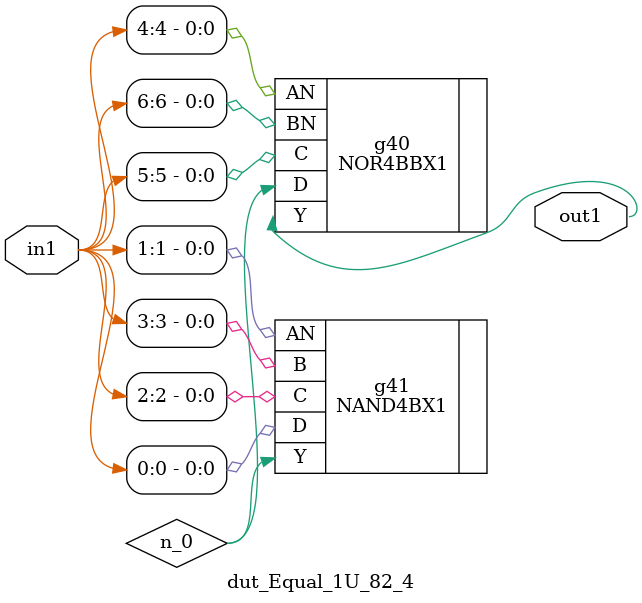
<source format=v>
`timescale 1ps / 1ps


module dut_Equal_1U_82_4(in1, out1);
  input [6:0] in1;
  output out1;
  wire [6:0] in1;
  wire out1;
  wire n_0;
  NOR4BBX1 g40(.AN (in1[4]), .BN (in1[6]), .C (in1[5]), .D (n_0), .Y
       (out1));
  NAND4BX1 g41(.AN (in1[1]), .B (in1[3]), .C (in1[2]), .D (in1[0]), .Y
       (n_0));
endmodule



</source>
